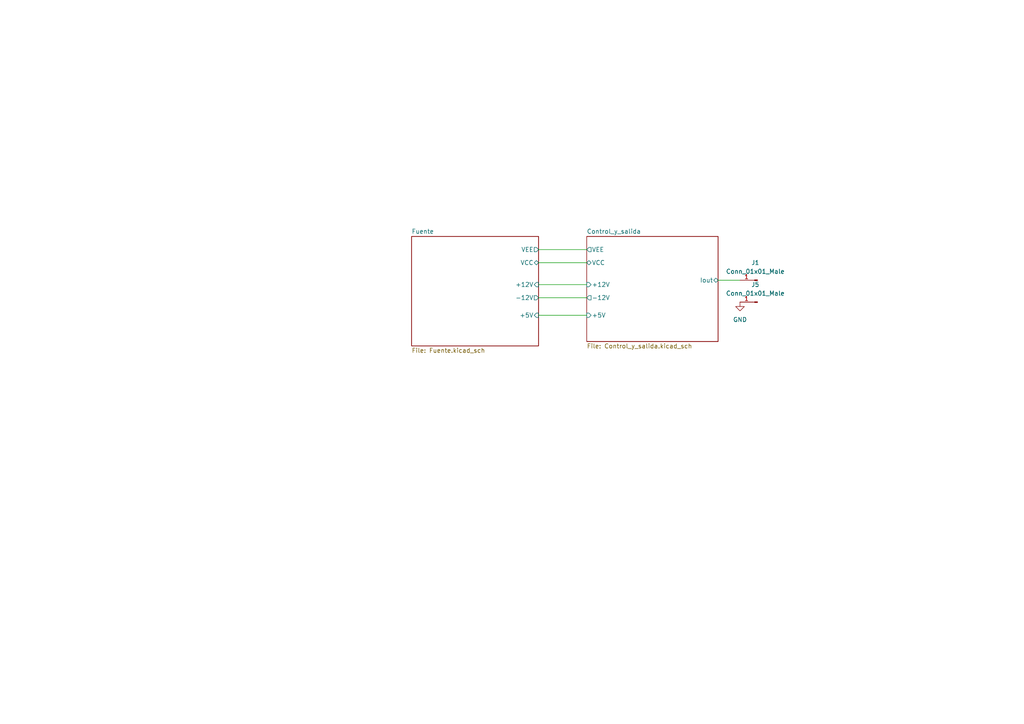
<source format=kicad_sch>
(kicad_sch (version 20211123) (generator eeschema)
  (paper "A4")
  (title_block (title "Electroestimulador_p_corriente") (date "2022-08-21") (rev "1") (company "FaCENA-UNNE") (comment 1 "Dispositivo para relevamiento de umbrales de sensibilidad tactil.") (comment 2 "Tesis MIB: García Cabrera, Jeremías A."))
  (lib_symbols
    (symbol "Connector:Conn_01x01_Male" (pin_names (offset 1.016) hide)
      (property "Reference" "J" (at 0 2.54 0))
      (property "Value" "Conn_01x01_Male" (at 0 -2.54 0))
      (symbol "Conn_01x01_Male_1_1"
        (polyline (pts (xy 1.27 0) (xy 0.8636 0)) (stroke (width 0.1524)))
        (rectangle (start 0.8636 0.127) (end 0 -0.127) (stroke (width 0.1524)) (fill (type outline)))
        (pin passive line (at 5.08 0 180) (length 3.81) (name "Pin_1") (number "1"))
      )
    )
    (symbol "power:GND" (power) (pin_names (offset 0))
      (property "Value" "GND" (at 0 -3.81 0))
      (symbol "GND_0_1"
        (polyline (pts (xy 0 0) (xy 0 -1.27) (xy 1.27 -1.27) (xy 0 -2.54) (xy -1.27 -1.27) (xy 0 -1.27)))
      )
      (symbol "GND_1_1"
        (pin power_in line (at 0 0 270) (length 0) hide (name "GND") (number "1"))
      )
    )
  )
  (wire (pts (xy 156.21 72.39) (xy 170.18 72.39)))
  (wire (pts (xy 156.21 76.2) (xy 170.18 76.2)))
  (wire (pts (xy 156.21 91.44) (xy 170.18 91.44)))
  (wire (pts (xy 156.21 86.36) (xy 170.18 86.36)))
  (wire (pts (xy 156.21 82.55) (xy 170.18 82.55)))
  (wire (pts (xy 208.28 81.28) (xy 214.63 81.28)))
  (symbol (lib_id "Connector:Conn_01x01_Male") (at 219.71 81.28 180) (unit 1)
    (property "Reference" "J1" (at 219.075 76.2 0))
    (property "Value" "Conn_01x01_Male" (at 219.075 78.74 0))
    (property "Footprint" "Connector_PinHeader_2.54mm:PinHeader_1x01_P2.54mm_Horizontal" (effects hide))
  )
  (symbol (lib_id "Connector:Conn_01x01_Male") (at 219.71 87.63 180) (unit 1)
    (property "Reference" "J5" (at 219.075 82.55 0))
    (property "Value" "Conn_01x01_Male" (at 219.075 85.09 0))
    (property "Footprint" "Connector_PinHeader_2.54mm:PinHeader_1x01_P2.54mm_Horizontal" (effects hide))
  )
  (symbol (lib_id "power:GND") (at 214.63 87.63 0) (unit 1)
    (property "Reference" "#PWR0108" (effects hide))
    (property "Value" "GND" (at 214.63 92.71 0))
  )
  (sheet (at 170.18 68.58) (size 38.1 30.48) (stroke (width 0.1524))
    (property "Sheet name" "Control_y_salida" (at 170.18 67.8684 0) (effects (justify left bottom)))
    (property "Sheet file" "Control_y_salida.kicad_sch" (at 170.18 99.6446 0) (effects (justify left top)))
    (pin "-12V" output (at 170.18 86.36 180))
    (pin "+5V" input (at 170.18 91.44 180))
    (pin "Iout" bidirectional (at 208.28 81.28 0))
    (pin "+12V" input (at 170.18 82.55 180))
    (pin "VEE" output (at 170.18 72.39 180))
    (pin "VCC" bidirectional (at 170.18 76.2 180))
  )
  (sheet (at 119.38 68.58) (size 36.83 31.75) (stroke (width 0.1524))
    (property "Sheet name" "Fuente" (at 119.38 67.8684 0) (effects (justify left bottom)))
    (property "Sheet file" "Fuente.kicad_sch" (at 119.38 100.9146 0) (effects (justify left top)))
    (pin "+5V" input (at 156.21 91.44 0))
    (pin "+12V" input (at 156.21 82.55 0))
    (pin "-12V" output (at 156.21 86.36 0))
    (pin "VCC" bidirectional (at 156.21 76.2 0))
    (pin "VEE" output (at 156.21 72.39 0))
  )
)
</source>
